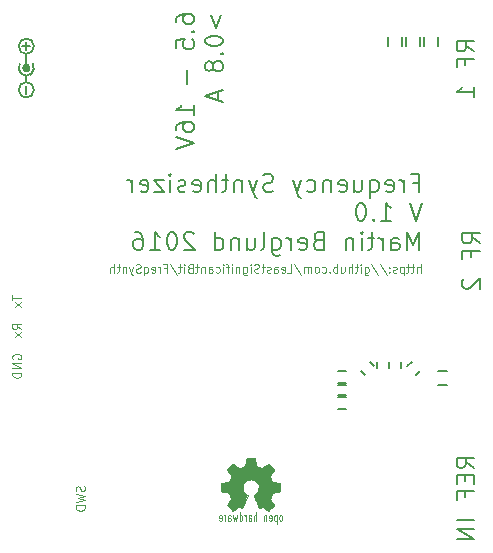
<source format=gbr>
G04 #@! TF.FileFunction,Legend,Bot*
%FSLAX46Y46*%
G04 Gerber Fmt 4.6, Leading zero omitted, Abs format (unit mm)*
G04 Created by KiCad (PCBNEW 4.X.X-debug) date Tue Sep 13 20:33:13 2016*
%MOMM*%
%LPD*%
G01*
G04 APERTURE LIST*
%ADD10C,0.100000*%
%ADD11C,0.125000*%
%ADD12C,0.200000*%
%ADD13C,0.150000*%
%ADD14C,0.300000*%
%ADD15C,0.075000*%
%ADD16C,0.002540*%
G04 APERTURE END LIST*
D10*
D11*
X136383333Y-124066666D02*
X136383333Y-123366666D01*
X136083333Y-124066666D02*
X136083333Y-123700000D01*
X136116666Y-123633333D01*
X136183333Y-123600000D01*
X136283333Y-123600000D01*
X136350000Y-123633333D01*
X136383333Y-123666666D01*
X135850000Y-123600000D02*
X135583333Y-123600000D01*
X135750000Y-123366666D02*
X135750000Y-123966666D01*
X135716666Y-124033333D01*
X135650000Y-124066666D01*
X135583333Y-124066666D01*
X135450000Y-123600000D02*
X135183333Y-123600000D01*
X135350000Y-123366666D02*
X135350000Y-123966666D01*
X135316666Y-124033333D01*
X135250000Y-124066666D01*
X135183333Y-124066666D01*
X134950000Y-123600000D02*
X134950000Y-124300000D01*
X134950000Y-123633333D02*
X134883333Y-123600000D01*
X134750000Y-123600000D01*
X134683333Y-123633333D01*
X134650000Y-123666666D01*
X134616666Y-123733333D01*
X134616666Y-123933333D01*
X134650000Y-124000000D01*
X134683333Y-124033333D01*
X134750000Y-124066666D01*
X134883333Y-124066666D01*
X134950000Y-124033333D01*
X134350000Y-124033333D02*
X134283333Y-124066666D01*
X134150000Y-124066666D01*
X134083333Y-124033333D01*
X134050000Y-123966666D01*
X134050000Y-123933333D01*
X134083333Y-123866666D01*
X134150000Y-123833333D01*
X134250000Y-123833333D01*
X134316666Y-123800000D01*
X134350000Y-123733333D01*
X134350000Y-123700000D01*
X134316666Y-123633333D01*
X134250000Y-123600000D01*
X134150000Y-123600000D01*
X134083333Y-123633333D01*
X133750000Y-124000000D02*
X133716666Y-124033333D01*
X133750000Y-124066666D01*
X133783333Y-124033333D01*
X133750000Y-124000000D01*
X133750000Y-124066666D01*
X133750000Y-123633333D02*
X133716666Y-123666666D01*
X133750000Y-123700000D01*
X133783333Y-123666666D01*
X133750000Y-123633333D01*
X133750000Y-123700000D01*
X132916666Y-123333333D02*
X133516666Y-124233333D01*
X132183333Y-123333333D02*
X132783333Y-124233333D01*
X131650000Y-123600000D02*
X131650000Y-124166666D01*
X131683333Y-124233333D01*
X131716666Y-124266666D01*
X131783333Y-124300000D01*
X131883333Y-124300000D01*
X131950000Y-124266666D01*
X131650000Y-124033333D02*
X131716666Y-124066666D01*
X131850000Y-124066666D01*
X131916666Y-124033333D01*
X131950000Y-124000000D01*
X131983333Y-123933333D01*
X131983333Y-123733333D01*
X131950000Y-123666666D01*
X131916666Y-123633333D01*
X131850000Y-123600000D01*
X131716666Y-123600000D01*
X131650000Y-123633333D01*
X131316666Y-124066666D02*
X131316666Y-123600000D01*
X131316666Y-123366666D02*
X131350000Y-123400000D01*
X131316666Y-123433333D01*
X131283333Y-123400000D01*
X131316666Y-123366666D01*
X131316666Y-123433333D01*
X131083333Y-123600000D02*
X130816666Y-123600000D01*
X130983333Y-123366666D02*
X130983333Y-123966666D01*
X130950000Y-124033333D01*
X130883333Y-124066666D01*
X130816666Y-124066666D01*
X130583333Y-124066666D02*
X130583333Y-123366666D01*
X130283333Y-124066666D02*
X130283333Y-123700000D01*
X130316666Y-123633333D01*
X130383333Y-123600000D01*
X130483333Y-123600000D01*
X130550000Y-123633333D01*
X130583333Y-123666666D01*
X129650000Y-123600000D02*
X129650000Y-124066666D01*
X129950000Y-123600000D02*
X129950000Y-123966666D01*
X129916666Y-124033333D01*
X129850000Y-124066666D01*
X129750000Y-124066666D01*
X129683333Y-124033333D01*
X129650000Y-124000000D01*
X129316666Y-124066666D02*
X129316666Y-123366666D01*
X129316666Y-123633333D02*
X129250000Y-123600000D01*
X129116666Y-123600000D01*
X129050000Y-123633333D01*
X129016666Y-123666666D01*
X128983333Y-123733333D01*
X128983333Y-123933333D01*
X129016666Y-124000000D01*
X129050000Y-124033333D01*
X129116666Y-124066666D01*
X129250000Y-124066666D01*
X129316666Y-124033333D01*
X128683333Y-124000000D02*
X128650000Y-124033333D01*
X128683333Y-124066666D01*
X128716666Y-124033333D01*
X128683333Y-124000000D01*
X128683333Y-124066666D01*
X128050000Y-124033333D02*
X128116666Y-124066666D01*
X128250000Y-124066666D01*
X128316666Y-124033333D01*
X128350000Y-124000000D01*
X128383333Y-123933333D01*
X128383333Y-123733333D01*
X128350000Y-123666666D01*
X128316666Y-123633333D01*
X128250000Y-123600000D01*
X128116666Y-123600000D01*
X128050000Y-123633333D01*
X127650000Y-124066666D02*
X127716666Y-124033333D01*
X127750000Y-124000000D01*
X127783333Y-123933333D01*
X127783333Y-123733333D01*
X127750000Y-123666666D01*
X127716666Y-123633333D01*
X127650000Y-123600000D01*
X127550000Y-123600000D01*
X127483333Y-123633333D01*
X127450000Y-123666666D01*
X127416666Y-123733333D01*
X127416666Y-123933333D01*
X127450000Y-124000000D01*
X127483333Y-124033333D01*
X127550000Y-124066666D01*
X127650000Y-124066666D01*
X127116666Y-124066666D02*
X127116666Y-123600000D01*
X127116666Y-123666666D02*
X127083333Y-123633333D01*
X127016666Y-123600000D01*
X126916666Y-123600000D01*
X126850000Y-123633333D01*
X126816666Y-123700000D01*
X126816666Y-124066666D01*
X126816666Y-123700000D02*
X126783333Y-123633333D01*
X126716666Y-123600000D01*
X126616666Y-123600000D01*
X126550000Y-123633333D01*
X126516666Y-123700000D01*
X126516666Y-124066666D01*
X125683333Y-123333333D02*
X126283333Y-124233333D01*
X125116666Y-124066666D02*
X125450000Y-124066666D01*
X125450000Y-123366666D01*
X124616666Y-124033333D02*
X124683333Y-124066666D01*
X124816666Y-124066666D01*
X124883333Y-124033333D01*
X124916666Y-123966666D01*
X124916666Y-123700000D01*
X124883333Y-123633333D01*
X124816666Y-123600000D01*
X124683333Y-123600000D01*
X124616666Y-123633333D01*
X124583333Y-123700000D01*
X124583333Y-123766666D01*
X124916666Y-123833333D01*
X123983333Y-124066666D02*
X123983333Y-123700000D01*
X124016666Y-123633333D01*
X124083333Y-123600000D01*
X124216666Y-123600000D01*
X124283333Y-123633333D01*
X123983333Y-124033333D02*
X124050000Y-124066666D01*
X124216666Y-124066666D01*
X124283333Y-124033333D01*
X124316666Y-123966666D01*
X124316666Y-123900000D01*
X124283333Y-123833333D01*
X124216666Y-123800000D01*
X124050000Y-123800000D01*
X123983333Y-123766666D01*
X123683333Y-124033333D02*
X123616666Y-124066666D01*
X123483333Y-124066666D01*
X123416666Y-124033333D01*
X123383333Y-123966666D01*
X123383333Y-123933333D01*
X123416666Y-123866666D01*
X123483333Y-123833333D01*
X123583333Y-123833333D01*
X123650000Y-123800000D01*
X123683333Y-123733333D01*
X123683333Y-123700000D01*
X123650000Y-123633333D01*
X123583333Y-123600000D01*
X123483333Y-123600000D01*
X123416666Y-123633333D01*
X123183333Y-123600000D02*
X122916666Y-123600000D01*
X123083333Y-123366666D02*
X123083333Y-123966666D01*
X123050000Y-124033333D01*
X122983333Y-124066666D01*
X122916666Y-124066666D01*
X122716666Y-124033333D02*
X122616666Y-124066666D01*
X122450000Y-124066666D01*
X122383333Y-124033333D01*
X122350000Y-124000000D01*
X122316666Y-123933333D01*
X122316666Y-123866666D01*
X122350000Y-123800000D01*
X122383333Y-123766666D01*
X122450000Y-123733333D01*
X122583333Y-123700000D01*
X122650000Y-123666666D01*
X122683333Y-123633333D01*
X122716666Y-123566666D01*
X122716666Y-123500000D01*
X122683333Y-123433333D01*
X122650000Y-123400000D01*
X122583333Y-123366666D01*
X122416666Y-123366666D01*
X122316666Y-123400000D01*
X122016666Y-124066666D02*
X122016666Y-123600000D01*
X122016666Y-123366666D02*
X122050000Y-123400000D01*
X122016666Y-123433333D01*
X121983333Y-123400000D01*
X122016666Y-123366666D01*
X122016666Y-123433333D01*
X121383333Y-123600000D02*
X121383333Y-124166666D01*
X121416666Y-124233333D01*
X121450000Y-124266666D01*
X121516666Y-124300000D01*
X121616666Y-124300000D01*
X121683333Y-124266666D01*
X121383333Y-124033333D02*
X121450000Y-124066666D01*
X121583333Y-124066666D01*
X121650000Y-124033333D01*
X121683333Y-124000000D01*
X121716666Y-123933333D01*
X121716666Y-123733333D01*
X121683333Y-123666666D01*
X121650000Y-123633333D01*
X121583333Y-123600000D01*
X121450000Y-123600000D01*
X121383333Y-123633333D01*
X121050000Y-123600000D02*
X121050000Y-124066666D01*
X121050000Y-123666666D02*
X121016666Y-123633333D01*
X120950000Y-123600000D01*
X120850000Y-123600000D01*
X120783333Y-123633333D01*
X120750000Y-123700000D01*
X120750000Y-124066666D01*
X120416666Y-124066666D02*
X120416666Y-123600000D01*
X120416666Y-123366666D02*
X120450000Y-123400000D01*
X120416666Y-123433333D01*
X120383333Y-123400000D01*
X120416666Y-123366666D01*
X120416666Y-123433333D01*
X120183333Y-123600000D02*
X119916666Y-123600000D01*
X120083333Y-124066666D02*
X120083333Y-123466666D01*
X120050000Y-123400000D01*
X119983333Y-123366666D01*
X119916666Y-123366666D01*
X119683333Y-124066666D02*
X119683333Y-123600000D01*
X119683333Y-123366666D02*
X119716666Y-123400000D01*
X119683333Y-123433333D01*
X119650000Y-123400000D01*
X119683333Y-123366666D01*
X119683333Y-123433333D01*
X119050000Y-124033333D02*
X119116666Y-124066666D01*
X119250000Y-124066666D01*
X119316666Y-124033333D01*
X119350000Y-124000000D01*
X119383333Y-123933333D01*
X119383333Y-123733333D01*
X119350000Y-123666666D01*
X119316666Y-123633333D01*
X119250000Y-123600000D01*
X119116666Y-123600000D01*
X119050000Y-123633333D01*
X118450000Y-124066666D02*
X118450000Y-123700000D01*
X118483333Y-123633333D01*
X118550000Y-123600000D01*
X118683333Y-123600000D01*
X118750000Y-123633333D01*
X118450000Y-124033333D02*
X118516666Y-124066666D01*
X118683333Y-124066666D01*
X118750000Y-124033333D01*
X118783333Y-123966666D01*
X118783333Y-123900000D01*
X118750000Y-123833333D01*
X118683333Y-123800000D01*
X118516666Y-123800000D01*
X118450000Y-123766666D01*
X118116666Y-123600000D02*
X118116666Y-124066666D01*
X118116666Y-123666666D02*
X118083333Y-123633333D01*
X118016666Y-123600000D01*
X117916666Y-123600000D01*
X117850000Y-123633333D01*
X117816666Y-123700000D01*
X117816666Y-124066666D01*
X117583333Y-123600000D02*
X117316666Y-123600000D01*
X117483333Y-123366666D02*
X117483333Y-123966666D01*
X117450000Y-124033333D01*
X117383333Y-124066666D01*
X117316666Y-124066666D01*
X116850000Y-123700000D02*
X116750000Y-123733333D01*
X116716666Y-123766666D01*
X116683333Y-123833333D01*
X116683333Y-123933333D01*
X116716666Y-124000000D01*
X116750000Y-124033333D01*
X116816666Y-124066666D01*
X117083333Y-124066666D01*
X117083333Y-123366666D01*
X116850000Y-123366666D01*
X116783333Y-123400000D01*
X116750000Y-123433333D01*
X116716666Y-123500000D01*
X116716666Y-123566666D01*
X116750000Y-123633333D01*
X116783333Y-123666666D01*
X116850000Y-123700000D01*
X117083333Y-123700000D01*
X116383333Y-124066666D02*
X116383333Y-123600000D01*
X116383333Y-123366666D02*
X116416666Y-123400000D01*
X116383333Y-123433333D01*
X116350000Y-123400000D01*
X116383333Y-123366666D01*
X116383333Y-123433333D01*
X116150000Y-123600000D02*
X115883333Y-123600000D01*
X116050000Y-123366666D02*
X116050000Y-123966666D01*
X116016666Y-124033333D01*
X115950000Y-124066666D01*
X115883333Y-124066666D01*
X115150000Y-123333333D02*
X115750000Y-124233333D01*
X114683333Y-123700000D02*
X114916666Y-123700000D01*
X114916666Y-124066666D02*
X114916666Y-123366666D01*
X114583333Y-123366666D01*
X114316666Y-124066666D02*
X114316666Y-123600000D01*
X114316666Y-123733333D02*
X114283333Y-123666666D01*
X114250000Y-123633333D01*
X114183333Y-123600000D01*
X114116666Y-123600000D01*
X113616666Y-124033333D02*
X113683333Y-124066666D01*
X113816666Y-124066666D01*
X113883333Y-124033333D01*
X113916666Y-123966666D01*
X113916666Y-123700000D01*
X113883333Y-123633333D01*
X113816666Y-123600000D01*
X113683333Y-123600000D01*
X113616666Y-123633333D01*
X113583333Y-123700000D01*
X113583333Y-123766666D01*
X113916666Y-123833333D01*
X112983333Y-123600000D02*
X112983333Y-124300000D01*
X112983333Y-124033333D02*
X113050000Y-124066666D01*
X113183333Y-124066666D01*
X113250000Y-124033333D01*
X113283333Y-124000000D01*
X113316666Y-123933333D01*
X113316666Y-123733333D01*
X113283333Y-123666666D01*
X113250000Y-123633333D01*
X113183333Y-123600000D01*
X113050000Y-123600000D01*
X112983333Y-123633333D01*
X112683333Y-124033333D02*
X112583333Y-124066666D01*
X112416666Y-124066666D01*
X112350000Y-124033333D01*
X112316666Y-124000000D01*
X112283333Y-123933333D01*
X112283333Y-123866666D01*
X112316666Y-123800000D01*
X112350000Y-123766666D01*
X112416666Y-123733333D01*
X112550000Y-123700000D01*
X112616666Y-123666666D01*
X112650000Y-123633333D01*
X112683333Y-123566666D01*
X112683333Y-123500000D01*
X112650000Y-123433333D01*
X112616666Y-123400000D01*
X112550000Y-123366666D01*
X112383333Y-123366666D01*
X112283333Y-123400000D01*
X112050000Y-123600000D02*
X111883333Y-124066666D01*
X111716666Y-123600000D02*
X111883333Y-124066666D01*
X111950000Y-124233333D01*
X111983333Y-124266666D01*
X112050000Y-124300000D01*
X111450000Y-123600000D02*
X111450000Y-124066666D01*
X111450000Y-123666666D02*
X111416666Y-123633333D01*
X111350000Y-123600000D01*
X111250000Y-123600000D01*
X111183333Y-123633333D01*
X111150000Y-123700000D01*
X111150000Y-124066666D01*
X110916666Y-123600000D02*
X110650000Y-123600000D01*
X110816666Y-123366666D02*
X110816666Y-123966666D01*
X110783333Y-124033333D01*
X110716666Y-124066666D01*
X110650000Y-124066666D01*
X110416666Y-124066666D02*
X110416666Y-123366666D01*
X110116666Y-124066666D02*
X110116666Y-123700000D01*
X110150000Y-123633333D01*
X110216666Y-123600000D01*
X110316666Y-123600000D01*
X110383333Y-123633333D01*
X110416666Y-123666666D01*
X107928428Y-142145857D02*
X107964714Y-142254714D01*
X107964714Y-142436142D01*
X107928428Y-142508714D01*
X107892142Y-142545000D01*
X107819571Y-142581285D01*
X107747000Y-142581285D01*
X107674428Y-142545000D01*
X107638142Y-142508714D01*
X107601857Y-142436142D01*
X107565571Y-142291000D01*
X107529285Y-142218428D01*
X107493000Y-142182142D01*
X107420428Y-142145857D01*
X107347857Y-142145857D01*
X107275285Y-142182142D01*
X107239000Y-142218428D01*
X107202714Y-142291000D01*
X107202714Y-142472428D01*
X107239000Y-142581285D01*
X107202714Y-142835285D02*
X107964714Y-143016714D01*
X107420428Y-143161857D01*
X107964714Y-143307000D01*
X107202714Y-143488428D01*
X107964714Y-143778714D02*
X107202714Y-143778714D01*
X107202714Y-143960142D01*
X107239000Y-144069000D01*
X107311571Y-144141571D01*
X107384142Y-144177857D01*
X107529285Y-144214142D01*
X107638142Y-144214142D01*
X107783285Y-144177857D01*
X107855857Y-144141571D01*
X107928428Y-144069000D01*
X107964714Y-143960142D01*
X107964714Y-143778714D01*
D12*
X115703571Y-102880000D02*
X115703571Y-102594285D01*
X115775000Y-102451428D01*
X115846428Y-102380000D01*
X116060714Y-102237142D01*
X116346428Y-102165714D01*
X116917857Y-102165714D01*
X117060714Y-102237142D01*
X117132142Y-102308571D01*
X117203571Y-102451428D01*
X117203571Y-102737142D01*
X117132142Y-102880000D01*
X117060714Y-102951428D01*
X116917857Y-103022857D01*
X116560714Y-103022857D01*
X116417857Y-102951428D01*
X116346428Y-102880000D01*
X116275000Y-102737142D01*
X116275000Y-102451428D01*
X116346428Y-102308571D01*
X116417857Y-102237142D01*
X116560714Y-102165714D01*
X117060714Y-103665714D02*
X117132142Y-103737142D01*
X117203571Y-103665714D01*
X117132142Y-103594285D01*
X117060714Y-103665714D01*
X117203571Y-103665714D01*
X115703571Y-105094285D02*
X115703571Y-104380000D01*
X116417857Y-104308571D01*
X116346428Y-104380000D01*
X116275000Y-104522857D01*
X116275000Y-104880000D01*
X116346428Y-105022857D01*
X116417857Y-105094285D01*
X116560714Y-105165714D01*
X116917857Y-105165714D01*
X117060714Y-105094285D01*
X117132142Y-105022857D01*
X117203571Y-104880000D01*
X117203571Y-104522857D01*
X117132142Y-104380000D01*
X117060714Y-104308571D01*
X116632142Y-106951428D02*
X116632142Y-108094285D01*
X117203571Y-110737142D02*
X117203571Y-109880000D01*
X117203571Y-110308571D02*
X115703571Y-110308571D01*
X115917857Y-110165714D01*
X116060714Y-110022857D01*
X116132142Y-109880000D01*
X115703571Y-112022857D02*
X115703571Y-111737142D01*
X115775000Y-111594285D01*
X115846428Y-111522857D01*
X116060714Y-111380000D01*
X116346428Y-111308571D01*
X116917857Y-111308571D01*
X117060714Y-111380000D01*
X117132142Y-111451428D01*
X117203571Y-111594285D01*
X117203571Y-111880000D01*
X117132142Y-112022857D01*
X117060714Y-112094285D01*
X116917857Y-112165714D01*
X116560714Y-112165714D01*
X116417857Y-112094285D01*
X116346428Y-112022857D01*
X116275000Y-111880000D01*
X116275000Y-111594285D01*
X116346428Y-111451428D01*
X116417857Y-111380000D01*
X116560714Y-111308571D01*
X115703571Y-112594285D02*
X117203571Y-113094285D01*
X115703571Y-113594285D01*
X118653571Y-102237142D02*
X119082142Y-103380000D01*
X119510714Y-102237142D01*
X118153571Y-104380000D02*
X118153571Y-104522857D01*
X118225000Y-104665714D01*
X118296428Y-104737142D01*
X118439285Y-104808571D01*
X118725000Y-104880000D01*
X119082142Y-104880000D01*
X119367857Y-104808571D01*
X119510714Y-104737142D01*
X119582142Y-104665714D01*
X119653571Y-104522857D01*
X119653571Y-104380000D01*
X119582142Y-104237142D01*
X119510714Y-104165714D01*
X119367857Y-104094285D01*
X119082142Y-104022857D01*
X118725000Y-104022857D01*
X118439285Y-104094285D01*
X118296428Y-104165714D01*
X118225000Y-104237142D01*
X118153571Y-104380000D01*
X119510714Y-105522857D02*
X119582142Y-105594285D01*
X119653571Y-105522857D01*
X119582142Y-105451428D01*
X119510714Y-105522857D01*
X119653571Y-105522857D01*
X118796428Y-106451428D02*
X118725000Y-106308571D01*
X118653571Y-106237142D01*
X118510714Y-106165714D01*
X118439285Y-106165714D01*
X118296428Y-106237142D01*
X118225000Y-106308571D01*
X118153571Y-106451428D01*
X118153571Y-106737142D01*
X118225000Y-106880000D01*
X118296428Y-106951428D01*
X118439285Y-107022857D01*
X118510714Y-107022857D01*
X118653571Y-106951428D01*
X118725000Y-106880000D01*
X118796428Y-106737142D01*
X118796428Y-106451428D01*
X118867857Y-106308571D01*
X118939285Y-106237142D01*
X119082142Y-106165714D01*
X119367857Y-106165714D01*
X119510714Y-106237142D01*
X119582142Y-106308571D01*
X119653571Y-106451428D01*
X119653571Y-106737142D01*
X119582142Y-106880000D01*
X119510714Y-106951428D01*
X119367857Y-107022857D01*
X119082142Y-107022857D01*
X118939285Y-106951428D01*
X118867857Y-106880000D01*
X118796428Y-106737142D01*
X119225000Y-108737142D02*
X119225000Y-109451428D01*
X119653571Y-108594285D02*
X118153571Y-109094285D01*
X119653571Y-109594285D01*
X140928571Y-140594285D02*
X140214285Y-140094285D01*
X140928571Y-139737142D02*
X139428571Y-139737142D01*
X139428571Y-140308571D01*
X139500000Y-140451428D01*
X139571428Y-140522857D01*
X139714285Y-140594285D01*
X139928571Y-140594285D01*
X140071428Y-140522857D01*
X140142857Y-140451428D01*
X140214285Y-140308571D01*
X140214285Y-139737142D01*
X140142857Y-141237142D02*
X140142857Y-141737142D01*
X140928571Y-141951428D02*
X140928571Y-141237142D01*
X139428571Y-141237142D01*
X139428571Y-141951428D01*
X140142857Y-143094285D02*
X140142857Y-142594285D01*
X140928571Y-142594285D02*
X139428571Y-142594285D01*
X139428571Y-143308571D01*
X140928571Y-145022857D02*
X139428571Y-145022857D01*
X140928571Y-145737142D02*
X139428571Y-145737142D01*
X140928571Y-146594285D01*
X139428571Y-146594285D01*
X141428571Y-121594285D02*
X140714285Y-121094285D01*
X141428571Y-120737142D02*
X139928571Y-120737142D01*
X139928571Y-121308571D01*
X140000000Y-121451428D01*
X140071428Y-121522857D01*
X140214285Y-121594285D01*
X140428571Y-121594285D01*
X140571428Y-121522857D01*
X140642857Y-121451428D01*
X140714285Y-121308571D01*
X140714285Y-120737142D01*
X140642857Y-122737142D02*
X140642857Y-122237142D01*
X141428571Y-122237142D02*
X139928571Y-122237142D01*
X139928571Y-122951428D01*
X140071428Y-124594285D02*
X140000000Y-124665714D01*
X139928571Y-124808571D01*
X139928571Y-125165714D01*
X140000000Y-125308571D01*
X140071428Y-125380000D01*
X140214285Y-125451428D01*
X140357142Y-125451428D01*
X140571428Y-125380000D01*
X141428571Y-124522857D01*
X141428571Y-125451428D01*
X140928571Y-105344285D02*
X140214285Y-104844285D01*
X140928571Y-104487142D02*
X139428571Y-104487142D01*
X139428571Y-105058571D01*
X139500000Y-105201428D01*
X139571428Y-105272857D01*
X139714285Y-105344285D01*
X139928571Y-105344285D01*
X140071428Y-105272857D01*
X140142857Y-105201428D01*
X140214285Y-105058571D01*
X140214285Y-104487142D01*
X140142857Y-106487142D02*
X140142857Y-105987142D01*
X140928571Y-105987142D02*
X139428571Y-105987142D01*
X139428571Y-106701428D01*
X140928571Y-109201428D02*
X140928571Y-108344285D01*
X140928571Y-108772857D02*
X139428571Y-108772857D01*
X139642857Y-108630000D01*
X139785714Y-108487142D01*
X139857142Y-108344285D01*
D11*
X101832714Y-125962142D02*
X101832714Y-126397571D01*
X102594714Y-126179857D02*
X101832714Y-126179857D01*
X102594714Y-126579000D02*
X102086714Y-126978142D01*
X102086714Y-126579000D02*
X102594714Y-126978142D01*
X102594714Y-128865000D02*
X102231857Y-128611000D01*
X102594714Y-128429571D02*
X101832714Y-128429571D01*
X101832714Y-128719857D01*
X101869000Y-128792428D01*
X101905285Y-128828714D01*
X101977857Y-128865000D01*
X102086714Y-128865000D01*
X102159285Y-128828714D01*
X102195571Y-128792428D01*
X102231857Y-128719857D01*
X102231857Y-128429571D01*
X102594714Y-129119000D02*
X102086714Y-129518142D01*
X102086714Y-129119000D02*
X102594714Y-129518142D01*
X101869000Y-131368714D02*
X101832714Y-131296142D01*
X101832714Y-131187285D01*
X101869000Y-131078428D01*
X101941571Y-131005857D01*
X102014142Y-130969571D01*
X102159285Y-130933285D01*
X102268142Y-130933285D01*
X102413285Y-130969571D01*
X102485857Y-131005857D01*
X102558428Y-131078428D01*
X102594714Y-131187285D01*
X102594714Y-131259857D01*
X102558428Y-131368714D01*
X102522142Y-131405000D01*
X102268142Y-131405000D01*
X102268142Y-131259857D01*
X102594714Y-131731571D02*
X101832714Y-131731571D01*
X102594714Y-132167000D01*
X101832714Y-132167000D01*
X102594714Y-132529857D02*
X101832714Y-132529857D01*
X101832714Y-132711285D01*
X101869000Y-132820142D01*
X101941571Y-132892714D01*
X102014142Y-132929000D01*
X102159285Y-132965285D01*
X102268142Y-132965285D01*
X102413285Y-132929000D01*
X102485857Y-132892714D01*
X102558428Y-132820142D01*
X102594714Y-132711285D01*
X102594714Y-132529857D01*
D12*
X135762857Y-116442857D02*
X136262857Y-116442857D01*
X136262857Y-117228571D02*
X136262857Y-115728571D01*
X135548571Y-115728571D01*
X134977142Y-117228571D02*
X134977142Y-116228571D01*
X134977142Y-116514285D02*
X134905714Y-116371428D01*
X134834285Y-116300000D01*
X134691428Y-116228571D01*
X134548571Y-116228571D01*
X133477142Y-117157142D02*
X133620000Y-117228571D01*
X133905714Y-117228571D01*
X134048571Y-117157142D01*
X134120000Y-117014285D01*
X134120000Y-116442857D01*
X134048571Y-116300000D01*
X133905714Y-116228571D01*
X133620000Y-116228571D01*
X133477142Y-116300000D01*
X133405714Y-116442857D01*
X133405714Y-116585714D01*
X134120000Y-116728571D01*
X132120000Y-116228571D02*
X132120000Y-117728571D01*
X132120000Y-117157142D02*
X132262857Y-117228571D01*
X132548571Y-117228571D01*
X132691428Y-117157142D01*
X132762857Y-117085714D01*
X132834285Y-116942857D01*
X132834285Y-116514285D01*
X132762857Y-116371428D01*
X132691428Y-116300000D01*
X132548571Y-116228571D01*
X132262857Y-116228571D01*
X132120000Y-116300000D01*
X130762857Y-116228571D02*
X130762857Y-117228571D01*
X131405714Y-116228571D02*
X131405714Y-117014285D01*
X131334285Y-117157142D01*
X131191428Y-117228571D01*
X130977142Y-117228571D01*
X130834285Y-117157142D01*
X130762857Y-117085714D01*
X129477142Y-117157142D02*
X129620000Y-117228571D01*
X129905714Y-117228571D01*
X130048571Y-117157142D01*
X130120000Y-117014285D01*
X130120000Y-116442857D01*
X130048571Y-116300000D01*
X129905714Y-116228571D01*
X129620000Y-116228571D01*
X129477142Y-116300000D01*
X129405714Y-116442857D01*
X129405714Y-116585714D01*
X130120000Y-116728571D01*
X128762857Y-116228571D02*
X128762857Y-117228571D01*
X128762857Y-116371428D02*
X128691428Y-116300000D01*
X128548571Y-116228571D01*
X128334285Y-116228571D01*
X128191428Y-116300000D01*
X128120000Y-116442857D01*
X128120000Y-117228571D01*
X126762857Y-117157142D02*
X126905714Y-117228571D01*
X127191428Y-117228571D01*
X127334285Y-117157142D01*
X127405714Y-117085714D01*
X127477142Y-116942857D01*
X127477142Y-116514285D01*
X127405714Y-116371428D01*
X127334285Y-116300000D01*
X127191428Y-116228571D01*
X126905714Y-116228571D01*
X126762857Y-116300000D01*
X126262857Y-116228571D02*
X125905714Y-117228571D01*
X125548571Y-116228571D02*
X125905714Y-117228571D01*
X126048571Y-117585714D01*
X126120000Y-117657142D01*
X126262857Y-117728571D01*
X123905714Y-117157142D02*
X123691428Y-117228571D01*
X123334285Y-117228571D01*
X123191428Y-117157142D01*
X123120000Y-117085714D01*
X123048571Y-116942857D01*
X123048571Y-116800000D01*
X123120000Y-116657142D01*
X123191428Y-116585714D01*
X123334285Y-116514285D01*
X123620000Y-116442857D01*
X123762857Y-116371428D01*
X123834285Y-116300000D01*
X123905714Y-116157142D01*
X123905714Y-116014285D01*
X123834285Y-115871428D01*
X123762857Y-115800000D01*
X123620000Y-115728571D01*
X123262857Y-115728571D01*
X123048571Y-115800000D01*
X122548571Y-116228571D02*
X122191428Y-117228571D01*
X121834285Y-116228571D02*
X122191428Y-117228571D01*
X122334285Y-117585714D01*
X122405714Y-117657142D01*
X122548571Y-117728571D01*
X121262857Y-116228571D02*
X121262857Y-117228571D01*
X121262857Y-116371428D02*
X121191428Y-116300000D01*
X121048571Y-116228571D01*
X120834285Y-116228571D01*
X120691428Y-116300000D01*
X120620000Y-116442857D01*
X120620000Y-117228571D01*
X120120000Y-116228571D02*
X119548571Y-116228571D01*
X119905714Y-115728571D02*
X119905714Y-117014285D01*
X119834285Y-117157142D01*
X119691428Y-117228571D01*
X119548571Y-117228571D01*
X119048571Y-117228571D02*
X119048571Y-115728571D01*
X118405714Y-117228571D02*
X118405714Y-116442857D01*
X118477142Y-116300000D01*
X118620000Y-116228571D01*
X118834285Y-116228571D01*
X118977142Y-116300000D01*
X119048571Y-116371428D01*
X117120000Y-117157142D02*
X117262857Y-117228571D01*
X117548571Y-117228571D01*
X117691428Y-117157142D01*
X117762857Y-117014285D01*
X117762857Y-116442857D01*
X117691428Y-116300000D01*
X117548571Y-116228571D01*
X117262857Y-116228571D01*
X117120000Y-116300000D01*
X117048571Y-116442857D01*
X117048571Y-116585714D01*
X117762857Y-116728571D01*
X116477142Y-117157142D02*
X116334285Y-117228571D01*
X116048571Y-117228571D01*
X115905714Y-117157142D01*
X115834285Y-117014285D01*
X115834285Y-116942857D01*
X115905714Y-116800000D01*
X116048571Y-116728571D01*
X116262857Y-116728571D01*
X116405714Y-116657142D01*
X116477142Y-116514285D01*
X116477142Y-116442857D01*
X116405714Y-116300000D01*
X116262857Y-116228571D01*
X116048571Y-116228571D01*
X115905714Y-116300000D01*
X115191428Y-117228571D02*
X115191428Y-116228571D01*
X115191428Y-115728571D02*
X115262857Y-115800000D01*
X115191428Y-115871428D01*
X115120000Y-115800000D01*
X115191428Y-115728571D01*
X115191428Y-115871428D01*
X114620000Y-116228571D02*
X113834285Y-116228571D01*
X114620000Y-117228571D01*
X113834285Y-117228571D01*
X112691428Y-117157142D02*
X112834285Y-117228571D01*
X113120000Y-117228571D01*
X113262857Y-117157142D01*
X113334285Y-117014285D01*
X113334285Y-116442857D01*
X113262857Y-116300000D01*
X113120000Y-116228571D01*
X112834285Y-116228571D01*
X112691428Y-116300000D01*
X112620000Y-116442857D01*
X112620000Y-116585714D01*
X113334285Y-116728571D01*
X111977142Y-117228571D02*
X111977142Y-116228571D01*
X111977142Y-116514285D02*
X111905714Y-116371428D01*
X111834285Y-116300000D01*
X111691428Y-116228571D01*
X111548571Y-116228571D01*
X136477142Y-118178571D02*
X135977142Y-119678571D01*
X135477142Y-118178571D01*
X133048571Y-119678571D02*
X133905714Y-119678571D01*
X133477142Y-119678571D02*
X133477142Y-118178571D01*
X133620000Y-118392857D01*
X133762857Y-118535714D01*
X133905714Y-118607142D01*
X132405714Y-119535714D02*
X132334285Y-119607142D01*
X132405714Y-119678571D01*
X132477142Y-119607142D01*
X132405714Y-119535714D01*
X132405714Y-119678571D01*
X131405714Y-118178571D02*
X131262857Y-118178571D01*
X131120000Y-118250000D01*
X131048571Y-118321428D01*
X130977142Y-118464285D01*
X130905714Y-118750000D01*
X130905714Y-119107142D01*
X130977142Y-119392857D01*
X131048571Y-119535714D01*
X131120000Y-119607142D01*
X131262857Y-119678571D01*
X131405714Y-119678571D01*
X131548571Y-119607142D01*
X131620000Y-119535714D01*
X131691428Y-119392857D01*
X131762857Y-119107142D01*
X131762857Y-118750000D01*
X131691428Y-118464285D01*
X131620000Y-118321428D01*
X131548571Y-118250000D01*
X131405714Y-118178571D01*
X136262857Y-122128571D02*
X136262857Y-120628571D01*
X135762857Y-121700000D01*
X135262857Y-120628571D01*
X135262857Y-122128571D01*
X133905714Y-122128571D02*
X133905714Y-121342857D01*
X133977142Y-121200000D01*
X134120000Y-121128571D01*
X134405714Y-121128571D01*
X134548571Y-121200000D01*
X133905714Y-122057142D02*
X134048571Y-122128571D01*
X134405714Y-122128571D01*
X134548571Y-122057142D01*
X134620000Y-121914285D01*
X134620000Y-121771428D01*
X134548571Y-121628571D01*
X134405714Y-121557142D01*
X134048571Y-121557142D01*
X133905714Y-121485714D01*
X133191428Y-122128571D02*
X133191428Y-121128571D01*
X133191428Y-121414285D02*
X133120000Y-121271428D01*
X133048571Y-121200000D01*
X132905714Y-121128571D01*
X132762857Y-121128571D01*
X132477142Y-121128571D02*
X131905714Y-121128571D01*
X132262857Y-120628571D02*
X132262857Y-121914285D01*
X132191428Y-122057142D01*
X132048571Y-122128571D01*
X131905714Y-122128571D01*
X131405714Y-122128571D02*
X131405714Y-121128571D01*
X131405714Y-120628571D02*
X131477142Y-120700000D01*
X131405714Y-120771428D01*
X131334285Y-120700000D01*
X131405714Y-120628571D01*
X131405714Y-120771428D01*
X130691428Y-121128571D02*
X130691428Y-122128571D01*
X130691428Y-121271428D02*
X130620000Y-121200000D01*
X130477142Y-121128571D01*
X130262857Y-121128571D01*
X130120000Y-121200000D01*
X130048571Y-121342857D01*
X130048571Y-122128571D01*
X127691428Y-121342857D02*
X127477142Y-121414285D01*
X127405714Y-121485714D01*
X127334285Y-121628571D01*
X127334285Y-121842857D01*
X127405714Y-121985714D01*
X127477142Y-122057142D01*
X127620000Y-122128571D01*
X128191428Y-122128571D01*
X128191428Y-120628571D01*
X127691428Y-120628571D01*
X127548571Y-120700000D01*
X127477142Y-120771428D01*
X127405714Y-120914285D01*
X127405714Y-121057142D01*
X127477142Y-121200000D01*
X127548571Y-121271428D01*
X127691428Y-121342857D01*
X128191428Y-121342857D01*
X126120000Y-122057142D02*
X126262857Y-122128571D01*
X126548571Y-122128571D01*
X126691428Y-122057142D01*
X126762857Y-121914285D01*
X126762857Y-121342857D01*
X126691428Y-121200000D01*
X126548571Y-121128571D01*
X126262857Y-121128571D01*
X126120000Y-121200000D01*
X126048571Y-121342857D01*
X126048571Y-121485714D01*
X126762857Y-121628571D01*
X125405714Y-122128571D02*
X125405714Y-121128571D01*
X125405714Y-121414285D02*
X125334285Y-121271428D01*
X125262857Y-121200000D01*
X125120000Y-121128571D01*
X124977142Y-121128571D01*
X123834285Y-121128571D02*
X123834285Y-122342857D01*
X123905714Y-122485714D01*
X123977142Y-122557142D01*
X124120000Y-122628571D01*
X124334285Y-122628571D01*
X124477142Y-122557142D01*
X123834285Y-122057142D02*
X123977142Y-122128571D01*
X124262857Y-122128571D01*
X124405714Y-122057142D01*
X124477142Y-121985714D01*
X124548571Y-121842857D01*
X124548571Y-121414285D01*
X124477142Y-121271428D01*
X124405714Y-121200000D01*
X124262857Y-121128571D01*
X123977142Y-121128571D01*
X123834285Y-121200000D01*
X122905714Y-122128571D02*
X123048571Y-122057142D01*
X123120000Y-121914285D01*
X123120000Y-120628571D01*
X121691428Y-121128571D02*
X121691428Y-122128571D01*
X122334285Y-121128571D02*
X122334285Y-121914285D01*
X122262857Y-122057142D01*
X122120000Y-122128571D01*
X121905714Y-122128571D01*
X121762857Y-122057142D01*
X121691428Y-121985714D01*
X120977142Y-121128571D02*
X120977142Y-122128571D01*
X120977142Y-121271428D02*
X120905714Y-121200000D01*
X120762857Y-121128571D01*
X120548571Y-121128571D01*
X120405714Y-121200000D01*
X120334285Y-121342857D01*
X120334285Y-122128571D01*
X118977142Y-122128571D02*
X118977142Y-120628571D01*
X118977142Y-122057142D02*
X119120000Y-122128571D01*
X119405714Y-122128571D01*
X119548571Y-122057142D01*
X119620000Y-121985714D01*
X119691428Y-121842857D01*
X119691428Y-121414285D01*
X119620000Y-121271428D01*
X119548571Y-121200000D01*
X119405714Y-121128571D01*
X119120000Y-121128571D01*
X118977142Y-121200000D01*
X117191428Y-120771428D02*
X117120000Y-120700000D01*
X116977142Y-120628571D01*
X116620000Y-120628571D01*
X116477142Y-120700000D01*
X116405714Y-120771428D01*
X116334285Y-120914285D01*
X116334285Y-121057142D01*
X116405714Y-121271428D01*
X117262857Y-122128571D01*
X116334285Y-122128571D01*
X115405714Y-120628571D02*
X115262857Y-120628571D01*
X115120000Y-120700000D01*
X115048571Y-120771428D01*
X114977142Y-120914285D01*
X114905714Y-121200000D01*
X114905714Y-121557142D01*
X114977142Y-121842857D01*
X115048571Y-121985714D01*
X115120000Y-122057142D01*
X115262857Y-122128571D01*
X115405714Y-122128571D01*
X115548571Y-122057142D01*
X115620000Y-121985714D01*
X115691428Y-121842857D01*
X115762857Y-121557142D01*
X115762857Y-121200000D01*
X115691428Y-120914285D01*
X115620000Y-120771428D01*
X115548571Y-120700000D01*
X115405714Y-120628571D01*
X113477142Y-122128571D02*
X114334285Y-122128571D01*
X113905714Y-122128571D02*
X113905714Y-120628571D01*
X114048571Y-120842857D01*
X114191428Y-120985714D01*
X114334285Y-121057142D01*
X112191428Y-120628571D02*
X112477142Y-120628571D01*
X112620000Y-120700000D01*
X112691428Y-120771428D01*
X112834285Y-120985714D01*
X112905714Y-121271428D01*
X112905714Y-121842857D01*
X112834285Y-121985714D01*
X112762857Y-122057142D01*
X112620000Y-122128571D01*
X112334285Y-122128571D01*
X112191428Y-122057142D01*
X112120000Y-121985714D01*
X112048571Y-121842857D01*
X112048571Y-121485714D01*
X112120000Y-121342857D01*
X112191428Y-121271428D01*
X112334285Y-121200000D01*
X112620000Y-121200000D01*
X112762857Y-121271428D01*
X112834285Y-121342857D01*
X112905714Y-121485714D01*
D13*
X136650000Y-104150000D02*
X136650000Y-104850000D01*
X137850000Y-104850000D02*
X137850000Y-104150000D01*
X130100000Y-132400000D02*
X129400000Y-132400000D01*
X129400000Y-133600000D02*
X130100000Y-133600000D01*
X137900000Y-133600000D02*
X138600000Y-133600000D01*
X138600000Y-132400000D02*
X137900000Y-132400000D01*
X133650000Y-104150000D02*
X133650000Y-104850000D01*
X134850000Y-104850000D02*
X134850000Y-104150000D01*
X136350000Y-104850000D02*
X136350000Y-104150000D01*
X135150000Y-104150000D02*
X135150000Y-104850000D01*
X130100000Y-134400000D02*
X129400000Y-134400000D01*
X129400000Y-135600000D02*
X130100000Y-135600000D01*
X129400000Y-134600000D02*
X130100000Y-134600000D01*
X130100000Y-133400000D02*
X129400000Y-133400000D01*
X133675000Y-132150000D02*
X133675000Y-131650000D01*
X134725000Y-131650000D02*
X134725000Y-132150000D01*
X132675000Y-132150000D02*
X132675000Y-131650000D01*
X133725000Y-131650000D02*
X133725000Y-132150000D01*
X131705546Y-132748008D02*
X131351992Y-132394454D01*
X132094454Y-131651992D02*
X132448008Y-132005546D01*
X135270190Y-131987348D02*
X135623744Y-131633794D01*
X136366206Y-132376256D02*
X136012652Y-132729810D01*
X102650000Y-104900000D02*
X103350000Y-104900000D01*
X103000000Y-105250000D02*
X103000000Y-104550000D01*
X103000000Y-108950000D02*
X103000000Y-108250000D01*
X102650000Y-107300000D02*
G75*
G02X102450000Y-106400000I350000J550000D01*
G01*
X103550000Y-106400000D02*
G75*
G02X103350000Y-107300000I-550000J-350000D01*
G01*
D14*
X103200000Y-106750000D02*
G75*
G03X103200000Y-106750000I-200000J0D01*
G01*
X103100000Y-106750000D02*
G75*
G03X103100000Y-106750000I-100000J0D01*
G01*
D13*
X103000000Y-105550000D02*
X103000000Y-106450000D01*
X103650000Y-104900000D02*
G75*
G03X103650000Y-104900000I-650000J0D01*
G01*
X103650000Y-108600000D02*
G75*
G03X103650000Y-108600000I-650000J0D01*
G01*
X103000000Y-107400000D02*
X103000000Y-107950000D01*
X103000000Y-107400000D02*
G75*
G02X102350000Y-106750000I0J650000D01*
G01*
X103650000Y-106750000D02*
G75*
G02X103000000Y-107400000I-650000J0D01*
G01*
D15*
X119840000Y-144620000D02*
X119840000Y-145080000D01*
X119750000Y-144620000D02*
X119700000Y-144620000D01*
X119800000Y-144650000D02*
X119750000Y-144620000D01*
X119820000Y-144670000D02*
X119800000Y-144650000D01*
X119840000Y-144740000D02*
X119820000Y-144670000D01*
X119400000Y-145080000D02*
X119350000Y-145050000D01*
X119500000Y-145080000D02*
X119400000Y-145080000D01*
X119540000Y-145050000D02*
X119500000Y-145080000D01*
X119560000Y-144980000D02*
X119540000Y-145050000D01*
X119560000Y-144710000D02*
X119560000Y-144980000D01*
X119530000Y-144650000D02*
X119560000Y-144710000D01*
X119490000Y-144620000D02*
X119530000Y-144650000D01*
X119390000Y-144620000D02*
X119490000Y-144620000D01*
X119350000Y-144660000D02*
X119390000Y-144620000D01*
X119330000Y-144730000D02*
X119350000Y-144660000D01*
X119330000Y-144850000D02*
X119330000Y-144730000D01*
X119330000Y-144850000D02*
X119560000Y-144850000D01*
X120080000Y-144710000D02*
X120080000Y-145080000D01*
X120110000Y-144650000D02*
X120080000Y-144710000D01*
X120150000Y-144620000D02*
X120110000Y-144650000D01*
X120250000Y-144620000D02*
X120150000Y-144620000D01*
X120300000Y-144650000D02*
X120250000Y-144620000D01*
X120240000Y-144810000D02*
X120290000Y-144840000D01*
X120120000Y-144810000D02*
X120240000Y-144810000D01*
X120080000Y-144780000D02*
X120120000Y-144810000D01*
X120130000Y-145080000D02*
X120080000Y-145040000D01*
X120250000Y-145080000D02*
X120130000Y-145080000D01*
X120300000Y-145040000D02*
X120250000Y-145080000D01*
X120320000Y-144980000D02*
X120300000Y-145040000D01*
X120320000Y-144910000D02*
X120320000Y-144980000D01*
X120290000Y-144840000D02*
X120320000Y-144910000D01*
X120870000Y-144620000D02*
X120770000Y-145080000D01*
X120770000Y-145080000D02*
X120680000Y-144740000D01*
X120680000Y-144740000D02*
X120580000Y-145080000D01*
X120580000Y-145080000D02*
X120480000Y-144620000D01*
X121060000Y-145050000D02*
X121100000Y-145080000D01*
X121100000Y-145080000D02*
X121210000Y-145080000D01*
X121210000Y-145080000D02*
X121250000Y-145050000D01*
X121250000Y-145050000D02*
X121270000Y-145020000D01*
X121270000Y-145020000D02*
X121300000Y-144950000D01*
X121300000Y-144950000D02*
X121300000Y-144750000D01*
X121300000Y-144750000D02*
X121270000Y-144680000D01*
X121270000Y-144680000D02*
X121250000Y-144650000D01*
X121250000Y-144650000D02*
X121190000Y-144610000D01*
X121190000Y-144610000D02*
X121120000Y-144610000D01*
X121120000Y-144610000D02*
X121060000Y-144650000D01*
X121060000Y-144380000D02*
X121060000Y-145080000D01*
X121580000Y-144740000D02*
X121560000Y-144670000D01*
X121560000Y-144670000D02*
X121540000Y-144650000D01*
X121540000Y-144650000D02*
X121490000Y-144620000D01*
X121490000Y-144620000D02*
X121440000Y-144620000D01*
X121580000Y-144620000D02*
X121580000Y-145080000D01*
X122030000Y-144840000D02*
X122060000Y-144910000D01*
X122060000Y-144910000D02*
X122060000Y-144980000D01*
X122060000Y-144980000D02*
X122040000Y-145040000D01*
X122040000Y-145040000D02*
X121990000Y-145080000D01*
X121990000Y-145080000D02*
X121870000Y-145080000D01*
X121870000Y-145080000D02*
X121820000Y-145040000D01*
X121820000Y-144780000D02*
X121860000Y-144810000D01*
X121860000Y-144810000D02*
X121980000Y-144810000D01*
X121980000Y-144810000D02*
X122030000Y-144840000D01*
X122040000Y-144650000D02*
X121990000Y-144620000D01*
X121990000Y-144620000D02*
X121890000Y-144620000D01*
X121890000Y-144620000D02*
X121850000Y-144650000D01*
X121850000Y-144650000D02*
X121820000Y-144710000D01*
X121820000Y-144710000D02*
X121820000Y-145080000D01*
X122490000Y-144690000D02*
X122470000Y-144650000D01*
X122470000Y-144650000D02*
X122420000Y-144620000D01*
X122420000Y-144620000D02*
X122340000Y-144620000D01*
X122340000Y-144620000D02*
X122300000Y-144650000D01*
X122300000Y-144650000D02*
X122280000Y-144710000D01*
X122280000Y-144710000D02*
X122280000Y-145080000D01*
X122490000Y-144380000D02*
X122490000Y-145080000D01*
X123540000Y-144850000D02*
X123770000Y-144850000D01*
X123320000Y-144680000D02*
X123300000Y-144650000D01*
X123300000Y-144650000D02*
X123260000Y-144620000D01*
X123260000Y-144620000D02*
X123170000Y-144620000D01*
X123170000Y-144620000D02*
X123130000Y-144650000D01*
X123130000Y-144650000D02*
X123110000Y-144710000D01*
X123110000Y-144710000D02*
X123110000Y-145080000D01*
X123320000Y-144620000D02*
X123320000Y-145080000D01*
X123540000Y-144850000D02*
X123540000Y-144730000D01*
X123540000Y-144730000D02*
X123560000Y-144660000D01*
X123560000Y-144660000D02*
X123600000Y-144620000D01*
X123600000Y-144620000D02*
X123700000Y-144620000D01*
X123700000Y-144620000D02*
X123740000Y-144650000D01*
X123740000Y-144650000D02*
X123770000Y-144710000D01*
X123770000Y-144710000D02*
X123770000Y-144980000D01*
X123770000Y-144980000D02*
X123750000Y-145050000D01*
X123750000Y-145050000D02*
X123710000Y-145080000D01*
X123710000Y-145080000D02*
X123610000Y-145080000D01*
X123610000Y-145080000D02*
X123560000Y-145050000D01*
X124200000Y-144650000D02*
X124160000Y-144620000D01*
X124160000Y-144620000D02*
X124060000Y-144620000D01*
X124060000Y-144620000D02*
X124020000Y-144650000D01*
X124020000Y-144650000D02*
X123990000Y-144680000D01*
X123990000Y-144680000D02*
X123970000Y-144740000D01*
X123970000Y-144740000D02*
X123970000Y-144960000D01*
X123970000Y-144960000D02*
X123990000Y-145020000D01*
X123990000Y-145020000D02*
X124010000Y-145050000D01*
X124010000Y-145050000D02*
X124050000Y-145080000D01*
X124050000Y-145080000D02*
X124150000Y-145080000D01*
X124150000Y-145080000D02*
X124200000Y-145050000D01*
X124200000Y-145320000D02*
X124200000Y-144620000D01*
X124510000Y-144620000D02*
X124590000Y-144620000D01*
X124590000Y-144620000D02*
X124630000Y-144650000D01*
X124630000Y-144650000D02*
X124650000Y-144680000D01*
X124650000Y-144680000D02*
X124680000Y-144750000D01*
X124590000Y-145080000D02*
X124510000Y-145080000D01*
X124510000Y-145080000D02*
X124460000Y-145050000D01*
X124460000Y-145050000D02*
X124440000Y-145020000D01*
X124440000Y-145020000D02*
X124420000Y-144950000D01*
X124420000Y-144950000D02*
X124420000Y-144750000D01*
X124420000Y-144750000D02*
X124440000Y-144690000D01*
X124440000Y-144690000D02*
X124460000Y-144660000D01*
X124460000Y-144660000D02*
X124510000Y-144620000D01*
X124680000Y-144750000D02*
X124680000Y-144950000D01*
X124680000Y-144950000D02*
X124660000Y-145010000D01*
X124660000Y-145010000D02*
X124640000Y-145040000D01*
X124640000Y-145040000D02*
X124590000Y-145080000D01*
D16*
G36*
X123513840Y-144245360D02*
X123488440Y-144230120D01*
X123430020Y-144194560D01*
X123346200Y-144138680D01*
X123247140Y-144072640D01*
X123148080Y-144006600D01*
X123066800Y-143953260D01*
X123010920Y-143915160D01*
X122985520Y-143902460D01*
X122972820Y-143907540D01*
X122927100Y-143930400D01*
X122858520Y-143965960D01*
X122817880Y-143986280D01*
X122756920Y-144011680D01*
X122723900Y-144019300D01*
X122718820Y-144009140D01*
X122695960Y-143960880D01*
X122660400Y-143879600D01*
X122614680Y-143770380D01*
X122558800Y-143643380D01*
X122502920Y-143508760D01*
X122444500Y-143369060D01*
X122388620Y-143234440D01*
X122340360Y-143115060D01*
X122299720Y-143018540D01*
X122274320Y-142949960D01*
X122264160Y-142922020D01*
X122266700Y-142914400D01*
X122299720Y-142883920D01*
X122353060Y-142843280D01*
X122472440Y-142746760D01*
X122589280Y-142601980D01*
X122660400Y-142436880D01*
X122683260Y-142251460D01*
X122662940Y-142081280D01*
X122596900Y-141918720D01*
X122482600Y-141771400D01*
X122342900Y-141662180D01*
X122180340Y-141593600D01*
X122000000Y-141570740D01*
X121827280Y-141591060D01*
X121659640Y-141657100D01*
X121512320Y-141768860D01*
X121448820Y-141839980D01*
X121362460Y-141989840D01*
X121314200Y-142147320D01*
X121309120Y-142187960D01*
X121316740Y-142363220D01*
X121367540Y-142533400D01*
X121461520Y-142683260D01*
X121591060Y-142807720D01*
X121606300Y-142817880D01*
X121664720Y-142863600D01*
X121705360Y-142894080D01*
X121735840Y-142919480D01*
X121512320Y-143457960D01*
X121476760Y-143541780D01*
X121415800Y-143689100D01*
X121362460Y-143816100D01*
X121319280Y-143917700D01*
X121288800Y-143983740D01*
X121276100Y-144011680D01*
X121276100Y-144014220D01*
X121255780Y-144016760D01*
X121215140Y-144001520D01*
X121138940Y-143965960D01*
X121090680Y-143940560D01*
X121032260Y-143912620D01*
X121006860Y-143902460D01*
X120984000Y-143915160D01*
X120930660Y-143950720D01*
X120849380Y-144004060D01*
X120752860Y-144067560D01*
X120661420Y-144131060D01*
X120577600Y-144186940D01*
X120516640Y-144225040D01*
X120486160Y-144242820D01*
X120481080Y-144242820D01*
X120455680Y-144227580D01*
X120407420Y-144186940D01*
X120333760Y-144118360D01*
X120229620Y-144014220D01*
X120214380Y-143998980D01*
X120128020Y-143912620D01*
X120059440Y-143838960D01*
X120013720Y-143788160D01*
X119995940Y-143765300D01*
X119995940Y-143765300D01*
X120011180Y-143734820D01*
X120049280Y-143673860D01*
X120105160Y-143587500D01*
X120173740Y-143488440D01*
X120351540Y-143229360D01*
X120255020Y-142985520D01*
X120224540Y-142909320D01*
X120186440Y-142820420D01*
X120158500Y-142754380D01*
X120143260Y-142726440D01*
X120117860Y-142716280D01*
X120049280Y-142701040D01*
X119952760Y-142680720D01*
X119838460Y-142660400D01*
X119726700Y-142640080D01*
X119627640Y-142619760D01*
X119556520Y-142607060D01*
X119523500Y-142599440D01*
X119515880Y-142594360D01*
X119508260Y-142579120D01*
X119505720Y-142546100D01*
X119503180Y-142485140D01*
X119500640Y-142391160D01*
X119500640Y-142251460D01*
X119500640Y-142236220D01*
X119503180Y-142106680D01*
X119505720Y-142000000D01*
X119508260Y-141933960D01*
X119513340Y-141906020D01*
X119513340Y-141906020D01*
X119543820Y-141898400D01*
X119614940Y-141883160D01*
X119714000Y-141865380D01*
X119833380Y-141842520D01*
X119841000Y-141839980D01*
X119957840Y-141817120D01*
X120056900Y-141796800D01*
X120128020Y-141781560D01*
X120155960Y-141771400D01*
X120163580Y-141763780D01*
X120186440Y-141718060D01*
X120219460Y-141644400D01*
X120260100Y-141555500D01*
X120298200Y-141461520D01*
X120331220Y-141377700D01*
X120354080Y-141316740D01*
X120361700Y-141288800D01*
X120359160Y-141286260D01*
X120341380Y-141258320D01*
X120300740Y-141197360D01*
X120244860Y-141113540D01*
X120176280Y-141011940D01*
X120171200Y-141004320D01*
X120102620Y-140905260D01*
X120046740Y-140818900D01*
X120011180Y-140760480D01*
X119995940Y-140732540D01*
X119995940Y-140730000D01*
X120018800Y-140699520D01*
X120069600Y-140643640D01*
X120143260Y-140567440D01*
X120229620Y-140478540D01*
X120257560Y-140453140D01*
X120356620Y-140356620D01*
X120422660Y-140295660D01*
X120465840Y-140262640D01*
X120486160Y-140255020D01*
X120486160Y-140255020D01*
X120516640Y-140272800D01*
X120580140Y-140313440D01*
X120663960Y-140371860D01*
X120765560Y-140440440D01*
X120773180Y-140445520D01*
X120872240Y-140514100D01*
X120956060Y-140569980D01*
X121014480Y-140610620D01*
X121042420Y-140625860D01*
X121044960Y-140625860D01*
X121085600Y-140613160D01*
X121156720Y-140587760D01*
X121245620Y-140554740D01*
X121337060Y-140516640D01*
X121420880Y-140481080D01*
X121484380Y-140453140D01*
X121514860Y-140435360D01*
X121514860Y-140435360D01*
X121525020Y-140399800D01*
X121542800Y-140323600D01*
X121563120Y-140222000D01*
X121588520Y-140100080D01*
X121591060Y-140079760D01*
X121613920Y-139960380D01*
X121631700Y-139861320D01*
X121646940Y-139792740D01*
X121654560Y-139764800D01*
X121669800Y-139762260D01*
X121728220Y-139757180D01*
X121817120Y-139754640D01*
X121926340Y-139754640D01*
X122038100Y-139754640D01*
X122147320Y-139757180D01*
X122241300Y-139759720D01*
X122309880Y-139764800D01*
X122337820Y-139769880D01*
X122337820Y-139772420D01*
X122347980Y-139810520D01*
X122365760Y-139884180D01*
X122386080Y-139988320D01*
X122408940Y-140110240D01*
X122414020Y-140133100D01*
X122436880Y-140249940D01*
X122457200Y-140349000D01*
X122469900Y-140415040D01*
X122477520Y-140442980D01*
X122490220Y-140448060D01*
X122538480Y-140468380D01*
X122617220Y-140501400D01*
X122716280Y-140542040D01*
X122944880Y-140633480D01*
X123226820Y-140442980D01*
X123252220Y-140425200D01*
X123353820Y-140356620D01*
X123435100Y-140300740D01*
X123493520Y-140262640D01*
X123516380Y-140249940D01*
X123518920Y-140249940D01*
X123546860Y-140275340D01*
X123602740Y-140328680D01*
X123678940Y-140402340D01*
X123767840Y-140488700D01*
X123831340Y-140554740D01*
X123910080Y-140633480D01*
X123958340Y-140686820D01*
X123986280Y-140719840D01*
X123993900Y-140740160D01*
X123991360Y-140755400D01*
X123973580Y-140783340D01*
X123932940Y-140844300D01*
X123874520Y-140930660D01*
X123805940Y-141029720D01*
X123750060Y-141113540D01*
X123689100Y-141207520D01*
X123651000Y-141273560D01*
X123635760Y-141306580D01*
X123640840Y-141319280D01*
X123658620Y-141375160D01*
X123694180Y-141458980D01*
X123734820Y-141558040D01*
X123833880Y-141779020D01*
X123978660Y-141806960D01*
X124067560Y-141824740D01*
X124189480Y-141847600D01*
X124308860Y-141870460D01*
X124491740Y-141906020D01*
X124499360Y-142581660D01*
X124471420Y-142594360D01*
X124443480Y-142601980D01*
X124374900Y-142617220D01*
X124278380Y-142637540D01*
X124161540Y-142657860D01*
X124065020Y-142675640D01*
X123965960Y-142695960D01*
X123894840Y-142708660D01*
X123864360Y-142716280D01*
X123854200Y-142726440D01*
X123831340Y-142774700D01*
X123795780Y-142850900D01*
X123755140Y-142942340D01*
X123717040Y-143036320D01*
X123681480Y-143125220D01*
X123658620Y-143191260D01*
X123648460Y-143224280D01*
X123661160Y-143252220D01*
X123699260Y-143310640D01*
X123752600Y-143391920D01*
X123821180Y-143490980D01*
X123887220Y-143587500D01*
X123945640Y-143671320D01*
X123983740Y-143732280D01*
X124001520Y-143760220D01*
X123991360Y-143778000D01*
X123953260Y-143826260D01*
X123879600Y-143902460D01*
X123767840Y-144011680D01*
X123750060Y-144029460D01*
X123663700Y-144113280D01*
X123590040Y-144181860D01*
X123536700Y-144227580D01*
X123513840Y-144245360D01*
X123513840Y-144245360D01*
G37*
X123513840Y-144245360D02*
X123488440Y-144230120D01*
X123430020Y-144194560D01*
X123346200Y-144138680D01*
X123247140Y-144072640D01*
X123148080Y-144006600D01*
X123066800Y-143953260D01*
X123010920Y-143915160D01*
X122985520Y-143902460D01*
X122972820Y-143907540D01*
X122927100Y-143930400D01*
X122858520Y-143965960D01*
X122817880Y-143986280D01*
X122756920Y-144011680D01*
X122723900Y-144019300D01*
X122718820Y-144009140D01*
X122695960Y-143960880D01*
X122660400Y-143879600D01*
X122614680Y-143770380D01*
X122558800Y-143643380D01*
X122502920Y-143508760D01*
X122444500Y-143369060D01*
X122388620Y-143234440D01*
X122340360Y-143115060D01*
X122299720Y-143018540D01*
X122274320Y-142949960D01*
X122264160Y-142922020D01*
X122266700Y-142914400D01*
X122299720Y-142883920D01*
X122353060Y-142843280D01*
X122472440Y-142746760D01*
X122589280Y-142601980D01*
X122660400Y-142436880D01*
X122683260Y-142251460D01*
X122662940Y-142081280D01*
X122596900Y-141918720D01*
X122482600Y-141771400D01*
X122342900Y-141662180D01*
X122180340Y-141593600D01*
X122000000Y-141570740D01*
X121827280Y-141591060D01*
X121659640Y-141657100D01*
X121512320Y-141768860D01*
X121448820Y-141839980D01*
X121362460Y-141989840D01*
X121314200Y-142147320D01*
X121309120Y-142187960D01*
X121316740Y-142363220D01*
X121367540Y-142533400D01*
X121461520Y-142683260D01*
X121591060Y-142807720D01*
X121606300Y-142817880D01*
X121664720Y-142863600D01*
X121705360Y-142894080D01*
X121735840Y-142919480D01*
X121512320Y-143457960D01*
X121476760Y-143541780D01*
X121415800Y-143689100D01*
X121362460Y-143816100D01*
X121319280Y-143917700D01*
X121288800Y-143983740D01*
X121276100Y-144011680D01*
X121276100Y-144014220D01*
X121255780Y-144016760D01*
X121215140Y-144001520D01*
X121138940Y-143965960D01*
X121090680Y-143940560D01*
X121032260Y-143912620D01*
X121006860Y-143902460D01*
X120984000Y-143915160D01*
X120930660Y-143950720D01*
X120849380Y-144004060D01*
X120752860Y-144067560D01*
X120661420Y-144131060D01*
X120577600Y-144186940D01*
X120516640Y-144225040D01*
X120486160Y-144242820D01*
X120481080Y-144242820D01*
X120455680Y-144227580D01*
X120407420Y-144186940D01*
X120333760Y-144118360D01*
X120229620Y-144014220D01*
X120214380Y-143998980D01*
X120128020Y-143912620D01*
X120059440Y-143838960D01*
X120013720Y-143788160D01*
X119995940Y-143765300D01*
X119995940Y-143765300D01*
X120011180Y-143734820D01*
X120049280Y-143673860D01*
X120105160Y-143587500D01*
X120173740Y-143488440D01*
X120351540Y-143229360D01*
X120255020Y-142985520D01*
X120224540Y-142909320D01*
X120186440Y-142820420D01*
X120158500Y-142754380D01*
X120143260Y-142726440D01*
X120117860Y-142716280D01*
X120049280Y-142701040D01*
X119952760Y-142680720D01*
X119838460Y-142660400D01*
X119726700Y-142640080D01*
X119627640Y-142619760D01*
X119556520Y-142607060D01*
X119523500Y-142599440D01*
X119515880Y-142594360D01*
X119508260Y-142579120D01*
X119505720Y-142546100D01*
X119503180Y-142485140D01*
X119500640Y-142391160D01*
X119500640Y-142251460D01*
X119500640Y-142236220D01*
X119503180Y-142106680D01*
X119505720Y-142000000D01*
X119508260Y-141933960D01*
X119513340Y-141906020D01*
X119513340Y-141906020D01*
X119543820Y-141898400D01*
X119614940Y-141883160D01*
X119714000Y-141865380D01*
X119833380Y-141842520D01*
X119841000Y-141839980D01*
X119957840Y-141817120D01*
X120056900Y-141796800D01*
X120128020Y-141781560D01*
X120155960Y-141771400D01*
X120163580Y-141763780D01*
X120186440Y-141718060D01*
X120219460Y-141644400D01*
X120260100Y-141555500D01*
X120298200Y-141461520D01*
X120331220Y-141377700D01*
X120354080Y-141316740D01*
X120361700Y-141288800D01*
X120359160Y-141286260D01*
X120341380Y-141258320D01*
X120300740Y-141197360D01*
X120244860Y-141113540D01*
X120176280Y-141011940D01*
X120171200Y-141004320D01*
X120102620Y-140905260D01*
X120046740Y-140818900D01*
X120011180Y-140760480D01*
X119995940Y-140732540D01*
X119995940Y-140730000D01*
X120018800Y-140699520D01*
X120069600Y-140643640D01*
X120143260Y-140567440D01*
X120229620Y-140478540D01*
X120257560Y-140453140D01*
X120356620Y-140356620D01*
X120422660Y-140295660D01*
X120465840Y-140262640D01*
X120486160Y-140255020D01*
X120486160Y-140255020D01*
X120516640Y-140272800D01*
X120580140Y-140313440D01*
X120663960Y-140371860D01*
X120765560Y-140440440D01*
X120773180Y-140445520D01*
X120872240Y-140514100D01*
X120956060Y-140569980D01*
X121014480Y-140610620D01*
X121042420Y-140625860D01*
X121044960Y-140625860D01*
X121085600Y-140613160D01*
X121156720Y-140587760D01*
X121245620Y-140554740D01*
X121337060Y-140516640D01*
X121420880Y-140481080D01*
X121484380Y-140453140D01*
X121514860Y-140435360D01*
X121514860Y-140435360D01*
X121525020Y-140399800D01*
X121542800Y-140323600D01*
X121563120Y-140222000D01*
X121588520Y-140100080D01*
X121591060Y-140079760D01*
X121613920Y-139960380D01*
X121631700Y-139861320D01*
X121646940Y-139792740D01*
X121654560Y-139764800D01*
X121669800Y-139762260D01*
X121728220Y-139757180D01*
X121817120Y-139754640D01*
X121926340Y-139754640D01*
X122038100Y-139754640D01*
X122147320Y-139757180D01*
X122241300Y-139759720D01*
X122309880Y-139764800D01*
X122337820Y-139769880D01*
X122337820Y-139772420D01*
X122347980Y-139810520D01*
X122365760Y-139884180D01*
X122386080Y-139988320D01*
X122408940Y-140110240D01*
X122414020Y-140133100D01*
X122436880Y-140249940D01*
X122457200Y-140349000D01*
X122469900Y-140415040D01*
X122477520Y-140442980D01*
X122490220Y-140448060D01*
X122538480Y-140468380D01*
X122617220Y-140501400D01*
X122716280Y-140542040D01*
X122944880Y-140633480D01*
X123226820Y-140442980D01*
X123252220Y-140425200D01*
X123353820Y-140356620D01*
X123435100Y-140300740D01*
X123493520Y-140262640D01*
X123516380Y-140249940D01*
X123518920Y-140249940D01*
X123546860Y-140275340D01*
X123602740Y-140328680D01*
X123678940Y-140402340D01*
X123767840Y-140488700D01*
X123831340Y-140554740D01*
X123910080Y-140633480D01*
X123958340Y-140686820D01*
X123986280Y-140719840D01*
X123993900Y-140740160D01*
X123991360Y-140755400D01*
X123973580Y-140783340D01*
X123932940Y-140844300D01*
X123874520Y-140930660D01*
X123805940Y-141029720D01*
X123750060Y-141113540D01*
X123689100Y-141207520D01*
X123651000Y-141273560D01*
X123635760Y-141306580D01*
X123640840Y-141319280D01*
X123658620Y-141375160D01*
X123694180Y-141458980D01*
X123734820Y-141558040D01*
X123833880Y-141779020D01*
X123978660Y-141806960D01*
X124067560Y-141824740D01*
X124189480Y-141847600D01*
X124308860Y-141870460D01*
X124491740Y-141906020D01*
X124499360Y-142581660D01*
X124471420Y-142594360D01*
X124443480Y-142601980D01*
X124374900Y-142617220D01*
X124278380Y-142637540D01*
X124161540Y-142657860D01*
X124065020Y-142675640D01*
X123965960Y-142695960D01*
X123894840Y-142708660D01*
X123864360Y-142716280D01*
X123854200Y-142726440D01*
X123831340Y-142774700D01*
X123795780Y-142850900D01*
X123755140Y-142942340D01*
X123717040Y-143036320D01*
X123681480Y-143125220D01*
X123658620Y-143191260D01*
X123648460Y-143224280D01*
X123661160Y-143252220D01*
X123699260Y-143310640D01*
X123752600Y-143391920D01*
X123821180Y-143490980D01*
X123887220Y-143587500D01*
X123945640Y-143671320D01*
X123983740Y-143732280D01*
X124001520Y-143760220D01*
X123991360Y-143778000D01*
X123953260Y-143826260D01*
X123879600Y-143902460D01*
X123767840Y-144011680D01*
X123750060Y-144029460D01*
X123663700Y-144113280D01*
X123590040Y-144181860D01*
X123536700Y-144227580D01*
X123513840Y-144245360D01*
M02*

</source>
